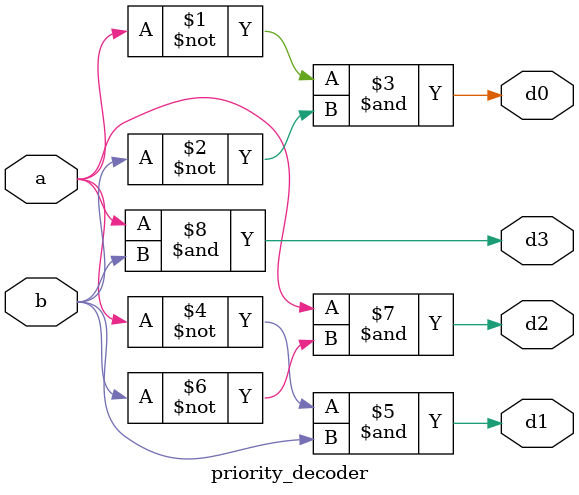
<source format=v>
`timescale 1ns / 1ps
module priority_decoder(
input a,b,
output d0,d1,d2,d3
    );
    assign d0 = ~a&(~b);
    assign d1 = ~a&b;
    assign d2 = a&(~b);
    assign d3 = a&b;
endmodule

</source>
